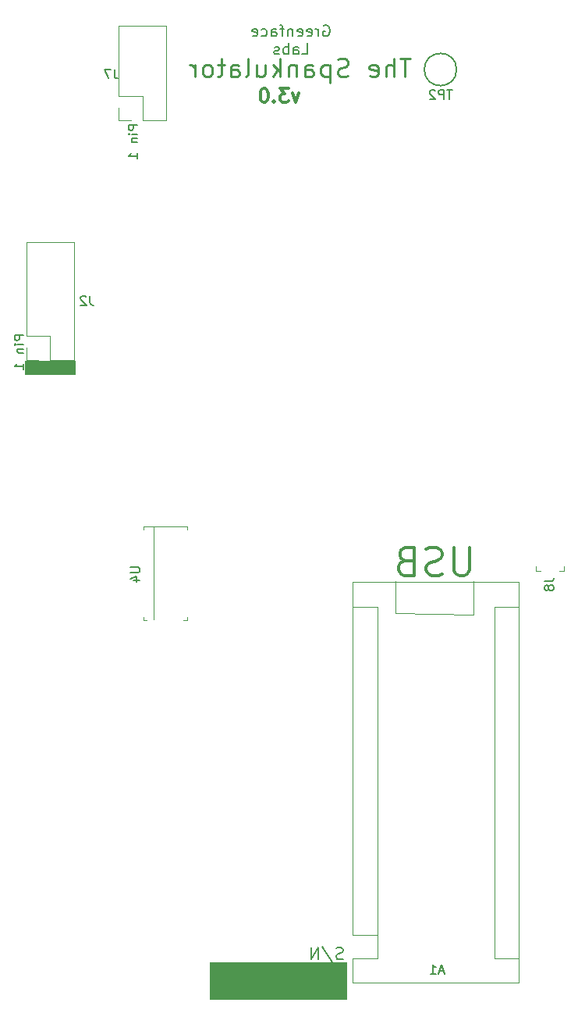
<source format=gbr>
G04 #@! TF.GenerationSoftware,KiCad,Pcbnew,(5.1.2)-1*
G04 #@! TF.CreationDate,2021-03-02T15:10:39-08:00*
G04 #@! TF.ProjectId,Spankulator,5370616e-6b75-46c6-9174-6f722e6b6963,2.2*
G04 #@! TF.SameCoordinates,Original*
G04 #@! TF.FileFunction,Legend,Bot*
G04 #@! TF.FilePolarity,Positive*
%FSLAX46Y46*%
G04 Gerber Fmt 4.6, Leading zero omitted, Abs format (unit mm)*
G04 Created by KiCad (PCBNEW (5.1.2)-1) date 2021-03-02 15:10:39*
%MOMM*%
%LPD*%
G04 APERTURE LIST*
%ADD10C,0.300000*%
%ADD11C,0.150000*%
%ADD12C,0.120000*%
%ADD13C,0.100000*%
%ADD14C,0.250000*%
G04 APERTURE END LIST*
D10*
X86272857Y-47488571D02*
X85915714Y-48488571D01*
X85558571Y-47488571D01*
X85130000Y-46988571D02*
X84201428Y-46988571D01*
X84701428Y-47560000D01*
X84487142Y-47560000D01*
X84344285Y-47631428D01*
X84272857Y-47702857D01*
X84201428Y-47845714D01*
X84201428Y-48202857D01*
X84272857Y-48345714D01*
X84344285Y-48417142D01*
X84487142Y-48488571D01*
X84915714Y-48488571D01*
X85058571Y-48417142D01*
X85130000Y-48345714D01*
X83558571Y-48345714D02*
X83487142Y-48417142D01*
X83558571Y-48488571D01*
X83630000Y-48417142D01*
X83558571Y-48345714D01*
X83558571Y-48488571D01*
X82558571Y-46988571D02*
X82415714Y-46988571D01*
X82272857Y-47060000D01*
X82201428Y-47131428D01*
X82130000Y-47274285D01*
X82058571Y-47560000D01*
X82058571Y-47917142D01*
X82130000Y-48202857D01*
X82201428Y-48345714D01*
X82272857Y-48417142D01*
X82415714Y-48488571D01*
X82558571Y-48488571D01*
X82701428Y-48417142D01*
X82772857Y-48345714D01*
X82844285Y-48202857D01*
X82915714Y-47917142D01*
X82915714Y-47560000D01*
X82844285Y-47274285D01*
X82772857Y-47131428D01*
X82701428Y-47060000D01*
X82558571Y-46988571D01*
D11*
X68752380Y-50935595D02*
X67752380Y-50935595D01*
X67752380Y-51316547D01*
X67800000Y-51411785D01*
X67847619Y-51459404D01*
X67942857Y-51507023D01*
X68085714Y-51507023D01*
X68180952Y-51459404D01*
X68228571Y-51411785D01*
X68276190Y-51316547D01*
X68276190Y-50935595D01*
X68752380Y-51935595D02*
X68085714Y-51935595D01*
X67752380Y-51935595D02*
X67800000Y-51887976D01*
X67847619Y-51935595D01*
X67800000Y-51983214D01*
X67752380Y-51935595D01*
X67847619Y-51935595D01*
X68085714Y-52411785D02*
X68752380Y-52411785D01*
X68180952Y-52411785D02*
X68133333Y-52459404D01*
X68085714Y-52554642D01*
X68085714Y-52697500D01*
X68133333Y-52792738D01*
X68228571Y-52840357D01*
X68752380Y-52840357D01*
X68752380Y-54602261D02*
X68752380Y-54030833D01*
X68752380Y-54316547D02*
X67752380Y-54316547D01*
X67895238Y-54221309D01*
X67990476Y-54126071D01*
X68038095Y-54030833D01*
D12*
X96700000Y-103900000D02*
X96700000Y-100400000D01*
X105200000Y-104000000D02*
X96700000Y-103900000D01*
X105200000Y-100400000D02*
X105200000Y-104000000D01*
D10*
X104785714Y-96757142D02*
X104785714Y-99185714D01*
X104642857Y-99471428D01*
X104500000Y-99614285D01*
X104214285Y-99757142D01*
X103642857Y-99757142D01*
X103357142Y-99614285D01*
X103214285Y-99471428D01*
X103071428Y-99185714D01*
X103071428Y-96757142D01*
X101785714Y-99614285D02*
X101357142Y-99757142D01*
X100642857Y-99757142D01*
X100357142Y-99614285D01*
X100214285Y-99471428D01*
X100071428Y-99185714D01*
X100071428Y-98900000D01*
X100214285Y-98614285D01*
X100357142Y-98471428D01*
X100642857Y-98328571D01*
X101214285Y-98185714D01*
X101500000Y-98042857D01*
X101642857Y-97900000D01*
X101785714Y-97614285D01*
X101785714Y-97328571D01*
X101642857Y-97042857D01*
X101500000Y-96900000D01*
X101214285Y-96757142D01*
X100500000Y-96757142D01*
X100071428Y-96900000D01*
X97785714Y-98185714D02*
X97357142Y-98328571D01*
X97214285Y-98471428D01*
X97071428Y-98757142D01*
X97071428Y-99185714D01*
X97214285Y-99471428D01*
X97357142Y-99614285D01*
X97642857Y-99757142D01*
X98785714Y-99757142D01*
X98785714Y-96757142D01*
X97785714Y-96757142D01*
X97500000Y-96900000D01*
X97357142Y-97042857D01*
X97214285Y-97328571D01*
X97214285Y-97614285D01*
X97357142Y-97900000D01*
X97500000Y-98042857D01*
X97785714Y-98185714D01*
X98785714Y-98185714D01*
D11*
X56382380Y-73735595D02*
X55382380Y-73735595D01*
X55382380Y-74116547D01*
X55430000Y-74211785D01*
X55477619Y-74259404D01*
X55572857Y-74307023D01*
X55715714Y-74307023D01*
X55810952Y-74259404D01*
X55858571Y-74211785D01*
X55906190Y-74116547D01*
X55906190Y-73735595D01*
X56382380Y-74735595D02*
X55715714Y-74735595D01*
X55382380Y-74735595D02*
X55430000Y-74687976D01*
X55477619Y-74735595D01*
X55430000Y-74783214D01*
X55382380Y-74735595D01*
X55477619Y-74735595D01*
X55715714Y-75211785D02*
X56382380Y-75211785D01*
X55810952Y-75211785D02*
X55763333Y-75259404D01*
X55715714Y-75354642D01*
X55715714Y-75497500D01*
X55763333Y-75592738D01*
X55858571Y-75640357D01*
X56382380Y-75640357D01*
X56382380Y-77402261D02*
X56382380Y-76830833D01*
X56382380Y-77116547D02*
X55382380Y-77116547D01*
X55525238Y-77021309D01*
X55620476Y-76926071D01*
X55668095Y-76830833D01*
D13*
G36*
X61920000Y-77930000D02*
G01*
X56520000Y-77930000D01*
X56520000Y-76530000D01*
X61920000Y-76530000D01*
X61920000Y-77930000D01*
G37*
X61920000Y-77930000D02*
X56520000Y-77930000D01*
X56520000Y-76530000D01*
X61920000Y-76530000D01*
X61920000Y-77930000D01*
D14*
X98367023Y-43734761D02*
X97224166Y-43734761D01*
X97795595Y-45734761D02*
X97795595Y-43734761D01*
X96557500Y-45734761D02*
X96557500Y-43734761D01*
X95700357Y-45734761D02*
X95700357Y-44687142D01*
X95795595Y-44496666D01*
X95986071Y-44401428D01*
X96271785Y-44401428D01*
X96462261Y-44496666D01*
X96557500Y-44591904D01*
X93986071Y-45639523D02*
X94176547Y-45734761D01*
X94557500Y-45734761D01*
X94747976Y-45639523D01*
X94843214Y-45449047D01*
X94843214Y-44687142D01*
X94747976Y-44496666D01*
X94557500Y-44401428D01*
X94176547Y-44401428D01*
X93986071Y-44496666D01*
X93890833Y-44687142D01*
X93890833Y-44877619D01*
X94843214Y-45068095D01*
X91605119Y-45639523D02*
X91319404Y-45734761D01*
X90843214Y-45734761D01*
X90652738Y-45639523D01*
X90557500Y-45544285D01*
X90462261Y-45353809D01*
X90462261Y-45163333D01*
X90557500Y-44972857D01*
X90652738Y-44877619D01*
X90843214Y-44782380D01*
X91224166Y-44687142D01*
X91414642Y-44591904D01*
X91509880Y-44496666D01*
X91605119Y-44306190D01*
X91605119Y-44115714D01*
X91509880Y-43925238D01*
X91414642Y-43830000D01*
X91224166Y-43734761D01*
X90747976Y-43734761D01*
X90462261Y-43830000D01*
X89605119Y-44401428D02*
X89605119Y-46401428D01*
X89605119Y-44496666D02*
X89414642Y-44401428D01*
X89033690Y-44401428D01*
X88843214Y-44496666D01*
X88747976Y-44591904D01*
X88652738Y-44782380D01*
X88652738Y-45353809D01*
X88747976Y-45544285D01*
X88843214Y-45639523D01*
X89033690Y-45734761D01*
X89414642Y-45734761D01*
X89605119Y-45639523D01*
X86938452Y-45734761D02*
X86938452Y-44687142D01*
X87033690Y-44496666D01*
X87224166Y-44401428D01*
X87605119Y-44401428D01*
X87795595Y-44496666D01*
X86938452Y-45639523D02*
X87128928Y-45734761D01*
X87605119Y-45734761D01*
X87795595Y-45639523D01*
X87890833Y-45449047D01*
X87890833Y-45258571D01*
X87795595Y-45068095D01*
X87605119Y-44972857D01*
X87128928Y-44972857D01*
X86938452Y-44877619D01*
X85986071Y-44401428D02*
X85986071Y-45734761D01*
X85986071Y-44591904D02*
X85890833Y-44496666D01*
X85700357Y-44401428D01*
X85414642Y-44401428D01*
X85224166Y-44496666D01*
X85128928Y-44687142D01*
X85128928Y-45734761D01*
X84176547Y-45734761D02*
X84176547Y-43734761D01*
X83986071Y-44972857D02*
X83414642Y-45734761D01*
X83414642Y-44401428D02*
X84176547Y-45163333D01*
X81700357Y-44401428D02*
X81700357Y-45734761D01*
X82557500Y-44401428D02*
X82557500Y-45449047D01*
X82462261Y-45639523D01*
X82271785Y-45734761D01*
X81986071Y-45734761D01*
X81795595Y-45639523D01*
X81700357Y-45544285D01*
X80462261Y-45734761D02*
X80652738Y-45639523D01*
X80747976Y-45449047D01*
X80747976Y-43734761D01*
X78843214Y-45734761D02*
X78843214Y-44687142D01*
X78938452Y-44496666D01*
X79128928Y-44401428D01*
X79509880Y-44401428D01*
X79700357Y-44496666D01*
X78843214Y-45639523D02*
X79033690Y-45734761D01*
X79509880Y-45734761D01*
X79700357Y-45639523D01*
X79795595Y-45449047D01*
X79795595Y-45258571D01*
X79700357Y-45068095D01*
X79509880Y-44972857D01*
X79033690Y-44972857D01*
X78843214Y-44877619D01*
X78176547Y-44401428D02*
X77414642Y-44401428D01*
X77890833Y-43734761D02*
X77890833Y-45449047D01*
X77795595Y-45639523D01*
X77605119Y-45734761D01*
X77414642Y-45734761D01*
X76462261Y-45734761D02*
X76652738Y-45639523D01*
X76747976Y-45544285D01*
X76843214Y-45353809D01*
X76843214Y-44782380D01*
X76747976Y-44591904D01*
X76652738Y-44496666D01*
X76462261Y-44401428D01*
X76176547Y-44401428D01*
X75986071Y-44496666D01*
X75890833Y-44591904D01*
X75795595Y-44782380D01*
X75795595Y-45353809D01*
X75890833Y-45544285D01*
X75986071Y-45639523D01*
X76176547Y-45734761D01*
X76462261Y-45734761D01*
X74938452Y-45734761D02*
X74938452Y-44401428D01*
X74938452Y-44782380D02*
X74843214Y-44591904D01*
X74747976Y-44496666D01*
X74557500Y-44401428D01*
X74367023Y-44401428D01*
D11*
X91033333Y-141326190D02*
X90847619Y-141388095D01*
X90538095Y-141388095D01*
X90414285Y-141326190D01*
X90352380Y-141264285D01*
X90290476Y-141140476D01*
X90290476Y-141016666D01*
X90352380Y-140892857D01*
X90414285Y-140830952D01*
X90538095Y-140769047D01*
X90785714Y-140707142D01*
X90909523Y-140645238D01*
X90971428Y-140583333D01*
X91033333Y-140459523D01*
X91033333Y-140335714D01*
X90971428Y-140211904D01*
X90909523Y-140150000D01*
X90785714Y-140088095D01*
X90476190Y-140088095D01*
X90290476Y-140150000D01*
X88804761Y-140026190D02*
X89919047Y-141697619D01*
X88371428Y-141388095D02*
X88371428Y-140088095D01*
X87628571Y-141388095D01*
X87628571Y-140088095D01*
D13*
G36*
X91400000Y-145700000D02*
G01*
X76600000Y-145700000D01*
X76600000Y-141700000D01*
X91400000Y-141700000D01*
X91400000Y-145700000D01*
G37*
X91400000Y-145700000D02*
X76600000Y-145700000D01*
X76600000Y-141700000D01*
X91400000Y-141700000D01*
X91400000Y-145700000D01*
D11*
X88942857Y-40175000D02*
X89057142Y-40117857D01*
X89228571Y-40117857D01*
X89400000Y-40175000D01*
X89514285Y-40289285D01*
X89571428Y-40403571D01*
X89628571Y-40632142D01*
X89628571Y-40803571D01*
X89571428Y-41032142D01*
X89514285Y-41146428D01*
X89400000Y-41260714D01*
X89228571Y-41317857D01*
X89114285Y-41317857D01*
X88942857Y-41260714D01*
X88885714Y-41203571D01*
X88885714Y-40803571D01*
X89114285Y-40803571D01*
X88371428Y-41317857D02*
X88371428Y-40517857D01*
X88371428Y-40746428D02*
X88314285Y-40632142D01*
X88257142Y-40575000D01*
X88142857Y-40517857D01*
X88028571Y-40517857D01*
X87171428Y-41260714D02*
X87285714Y-41317857D01*
X87514285Y-41317857D01*
X87628571Y-41260714D01*
X87685714Y-41146428D01*
X87685714Y-40689285D01*
X87628571Y-40575000D01*
X87514285Y-40517857D01*
X87285714Y-40517857D01*
X87171428Y-40575000D01*
X87114285Y-40689285D01*
X87114285Y-40803571D01*
X87685714Y-40917857D01*
X86142857Y-41260714D02*
X86257142Y-41317857D01*
X86485714Y-41317857D01*
X86600000Y-41260714D01*
X86657142Y-41146428D01*
X86657142Y-40689285D01*
X86600000Y-40575000D01*
X86485714Y-40517857D01*
X86257142Y-40517857D01*
X86142857Y-40575000D01*
X86085714Y-40689285D01*
X86085714Y-40803571D01*
X86657142Y-40917857D01*
X85571428Y-40517857D02*
X85571428Y-41317857D01*
X85571428Y-40632142D02*
X85514285Y-40575000D01*
X85400000Y-40517857D01*
X85228571Y-40517857D01*
X85114285Y-40575000D01*
X85057142Y-40689285D01*
X85057142Y-41317857D01*
X84657142Y-40517857D02*
X84200000Y-40517857D01*
X84485714Y-41317857D02*
X84485714Y-40289285D01*
X84428571Y-40175000D01*
X84314285Y-40117857D01*
X84200000Y-40117857D01*
X83285714Y-41317857D02*
X83285714Y-40689285D01*
X83342857Y-40575000D01*
X83457142Y-40517857D01*
X83685714Y-40517857D01*
X83800000Y-40575000D01*
X83285714Y-41260714D02*
X83400000Y-41317857D01*
X83685714Y-41317857D01*
X83800000Y-41260714D01*
X83857142Y-41146428D01*
X83857142Y-41032142D01*
X83800000Y-40917857D01*
X83685714Y-40860714D01*
X83400000Y-40860714D01*
X83285714Y-40803571D01*
X82200000Y-41260714D02*
X82314285Y-41317857D01*
X82542857Y-41317857D01*
X82657142Y-41260714D01*
X82714285Y-41203571D01*
X82771428Y-41089285D01*
X82771428Y-40746428D01*
X82714285Y-40632142D01*
X82657142Y-40575000D01*
X82542857Y-40517857D01*
X82314285Y-40517857D01*
X82200000Y-40575000D01*
X81228571Y-41260714D02*
X81342857Y-41317857D01*
X81571428Y-41317857D01*
X81685714Y-41260714D01*
X81742857Y-41146428D01*
X81742857Y-40689285D01*
X81685714Y-40575000D01*
X81571428Y-40517857D01*
X81342857Y-40517857D01*
X81228571Y-40575000D01*
X81171428Y-40689285D01*
X81171428Y-40803571D01*
X81742857Y-40917857D01*
X86600000Y-43267857D02*
X87171428Y-43267857D01*
X87171428Y-42067857D01*
X85685714Y-43267857D02*
X85685714Y-42639285D01*
X85742857Y-42525000D01*
X85857142Y-42467857D01*
X86085714Y-42467857D01*
X86200000Y-42525000D01*
X85685714Y-43210714D02*
X85800000Y-43267857D01*
X86085714Y-43267857D01*
X86200000Y-43210714D01*
X86257142Y-43096428D01*
X86257142Y-42982142D01*
X86200000Y-42867857D01*
X86085714Y-42810714D01*
X85800000Y-42810714D01*
X85685714Y-42753571D01*
X85114285Y-43267857D02*
X85114285Y-42067857D01*
X85114285Y-42525000D02*
X85000000Y-42467857D01*
X84771428Y-42467857D01*
X84657142Y-42525000D01*
X84600000Y-42582142D01*
X84542857Y-42696428D01*
X84542857Y-43039285D01*
X84600000Y-43153571D01*
X84657142Y-43210714D01*
X84771428Y-43267857D01*
X85000000Y-43267857D01*
X85114285Y-43210714D01*
X84085714Y-43210714D02*
X83971428Y-43267857D01*
X83742857Y-43267857D01*
X83628571Y-43210714D01*
X83571428Y-43096428D01*
X83571428Y-43039285D01*
X83628571Y-42925000D01*
X83742857Y-42867857D01*
X83914285Y-42867857D01*
X84028571Y-42810714D01*
X84085714Y-42696428D01*
X84085714Y-42639285D01*
X84028571Y-42525000D01*
X83914285Y-42467857D01*
X83742857Y-42467857D01*
X83628571Y-42525000D01*
D13*
X112010000Y-99290000D02*
X112010000Y-98790000D01*
X112010000Y-99290000D02*
X112510000Y-99290000D01*
X115010000Y-99290000D02*
X115010000Y-98790000D01*
X115010000Y-99290000D02*
X114510000Y-99290000D01*
D12*
X110140000Y-143940000D02*
X92100000Y-143940000D01*
X110140000Y-100500000D02*
X110140000Y-143940000D01*
X92100000Y-100500000D02*
X110140000Y-100500000D01*
X94770000Y-103170000D02*
X92100000Y-103170000D01*
X94770000Y-138730000D02*
X94770000Y-103170000D01*
X94770000Y-138730000D02*
X92100000Y-138730000D01*
X107470000Y-103170000D02*
X110140000Y-103170000D01*
X107470000Y-141270000D02*
X107470000Y-103170000D01*
X107470000Y-141270000D02*
X110140000Y-141270000D01*
X92100000Y-143940000D02*
X92100000Y-141270000D01*
X92100000Y-138730000D02*
X92100000Y-100500000D01*
X94770000Y-141270000D02*
X92100000Y-141270000D01*
X94770000Y-138730000D02*
X94770000Y-141270000D01*
D13*
X69350000Y-104640000D02*
X69750000Y-104640000D01*
X69350000Y-104240000D02*
X69350000Y-104640000D01*
X69350000Y-94440000D02*
X69350000Y-94840000D01*
X69350000Y-94440000D02*
X69750000Y-94440000D01*
X74150000Y-94440000D02*
X74150000Y-94840000D01*
X74150000Y-94440000D02*
X69750000Y-94440000D01*
X74150000Y-104640000D02*
X74150000Y-104240000D01*
X74150000Y-104640000D02*
X73750000Y-104640000D01*
X70460000Y-94440000D02*
X70460000Y-104540000D01*
D12*
X66670000Y-40150000D02*
X71870000Y-40150000D01*
X66670000Y-47830000D02*
X66670000Y-40150000D01*
X71870000Y-50430000D02*
X71870000Y-40150000D01*
X66670000Y-47830000D02*
X69270000Y-47830000D01*
X69270000Y-47830000D02*
X69270000Y-50430000D01*
X69270000Y-50430000D02*
X71870000Y-50430000D01*
X66670000Y-49100000D02*
X66670000Y-50430000D01*
X66670000Y-50430000D02*
X68000000Y-50430000D01*
D11*
X103370000Y-44930000D02*
G75*
G03X103370000Y-44930000I-1750000J0D01*
G01*
D12*
X56650000Y-63600000D02*
X61850000Y-63600000D01*
X56650000Y-73820000D02*
X56650000Y-63600000D01*
X61850000Y-76420000D02*
X61850000Y-63600000D01*
X56650000Y-73820000D02*
X59250000Y-73820000D01*
X59250000Y-73820000D02*
X59250000Y-76420000D01*
X59250000Y-76420000D02*
X61850000Y-76420000D01*
X56650000Y-75090000D02*
X56650000Y-76420000D01*
X56650000Y-76420000D02*
X57980000Y-76420000D01*
D11*
X112912380Y-100406666D02*
X113626666Y-100406666D01*
X113769523Y-100359047D01*
X113864761Y-100263809D01*
X113912380Y-100120952D01*
X113912380Y-100025714D01*
X113340952Y-101025714D02*
X113293333Y-100930476D01*
X113245714Y-100882857D01*
X113150476Y-100835238D01*
X113102857Y-100835238D01*
X113007619Y-100882857D01*
X112960000Y-100930476D01*
X112912380Y-101025714D01*
X112912380Y-101216190D01*
X112960000Y-101311428D01*
X113007619Y-101359047D01*
X113102857Y-101406666D01*
X113150476Y-101406666D01*
X113245714Y-101359047D01*
X113293333Y-101311428D01*
X113340952Y-101216190D01*
X113340952Y-101025714D01*
X113388571Y-100930476D01*
X113436190Y-100882857D01*
X113531428Y-100835238D01*
X113721904Y-100835238D01*
X113817142Y-100882857D01*
X113864761Y-100930476D01*
X113912380Y-101025714D01*
X113912380Y-101216190D01*
X113864761Y-101311428D01*
X113817142Y-101359047D01*
X113721904Y-101406666D01*
X113531428Y-101406666D01*
X113436190Y-101359047D01*
X113388571Y-101311428D01*
X113340952Y-101216190D01*
X101964285Y-142666666D02*
X101488095Y-142666666D01*
X102059523Y-142952380D02*
X101726190Y-141952380D01*
X101392857Y-142952380D01*
X100535714Y-142952380D02*
X101107142Y-142952380D01*
X100821428Y-142952380D02*
X100821428Y-141952380D01*
X100916666Y-142095238D01*
X101011904Y-142190476D01*
X101107142Y-142238095D01*
X67982380Y-98858095D02*
X68791904Y-98858095D01*
X68887142Y-98905714D01*
X68934761Y-98953333D01*
X68982380Y-99048571D01*
X68982380Y-99239047D01*
X68934761Y-99334285D01*
X68887142Y-99381904D01*
X68791904Y-99429523D01*
X67982380Y-99429523D01*
X68315714Y-100334285D02*
X68982380Y-100334285D01*
X67934761Y-100096190D02*
X68649047Y-99858095D01*
X68649047Y-100477142D01*
X66233333Y-44902380D02*
X66233333Y-45616666D01*
X66280952Y-45759523D01*
X66376190Y-45854761D01*
X66519047Y-45902380D01*
X66614285Y-45902380D01*
X65852380Y-44902380D02*
X65185714Y-44902380D01*
X65614285Y-45902380D01*
X102881904Y-47132380D02*
X102310476Y-47132380D01*
X102596190Y-48132380D02*
X102596190Y-47132380D01*
X101977142Y-48132380D02*
X101977142Y-47132380D01*
X101596190Y-47132380D01*
X101500952Y-47180000D01*
X101453333Y-47227619D01*
X101405714Y-47322857D01*
X101405714Y-47465714D01*
X101453333Y-47560952D01*
X101500952Y-47608571D01*
X101596190Y-47656190D01*
X101977142Y-47656190D01*
X101024761Y-47227619D02*
X100977142Y-47180000D01*
X100881904Y-47132380D01*
X100643809Y-47132380D01*
X100548571Y-47180000D01*
X100500952Y-47227619D01*
X100453333Y-47322857D01*
X100453333Y-47418095D01*
X100500952Y-47560952D01*
X101072380Y-48132380D01*
X100453333Y-48132380D01*
X63573333Y-69462380D02*
X63573333Y-70176666D01*
X63620952Y-70319523D01*
X63716190Y-70414761D01*
X63859047Y-70462380D01*
X63954285Y-70462380D01*
X63144761Y-69557619D02*
X63097142Y-69510000D01*
X63001904Y-69462380D01*
X62763809Y-69462380D01*
X62668571Y-69510000D01*
X62620952Y-69557619D01*
X62573333Y-69652857D01*
X62573333Y-69748095D01*
X62620952Y-69890952D01*
X63192380Y-70462380D01*
X62573333Y-70462380D01*
M02*

</source>
